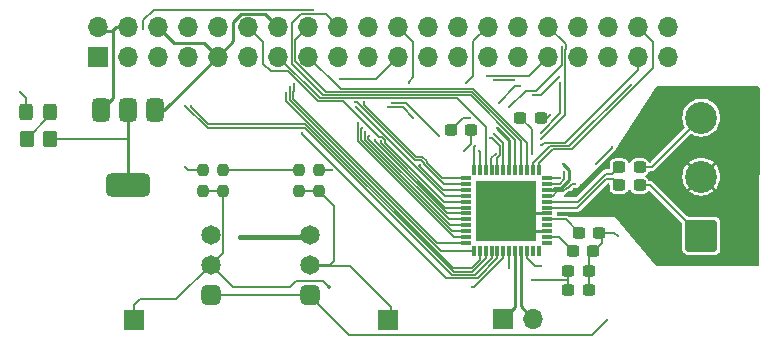
<source format=gtl>
G04 #@! TF.GenerationSoftware,KiCad,Pcbnew,8.0.8*
G04 #@! TF.CreationDate,2025-02-13T09:25:44+02:00*
G04 #@! TF.ProjectId,civic_serializer,63697669-635f-4736-9572-69616c697a65,rev?*
G04 #@! TF.SameCoordinates,Original*
G04 #@! TF.FileFunction,Copper,L1,Top*
G04 #@! TF.FilePolarity,Positive*
%FSLAX46Y46*%
G04 Gerber Fmt 4.6, Leading zero omitted, Abs format (unit mm)*
G04 Created by KiCad (PCBNEW 8.0.8) date 2025-02-13 09:25:44*
%MOMM*%
%LPD*%
G01*
G04 APERTURE LIST*
G04 Aperture macros list*
%AMRoundRect*
0 Rectangle with rounded corners*
0 $1 Rounding radius*
0 $2 $3 $4 $5 $6 $7 $8 $9 X,Y pos of 4 corners*
0 Add a 4 corners polygon primitive as box body*
4,1,4,$2,$3,$4,$5,$6,$7,$8,$9,$2,$3,0*
0 Add four circle primitives for the rounded corners*
1,1,$1+$1,$2,$3*
1,1,$1+$1,$4,$5*
1,1,$1+$1,$6,$7*
1,1,$1+$1,$8,$9*
0 Add four rect primitives between the rounded corners*
20,1,$1+$1,$2,$3,$4,$5,0*
20,1,$1+$1,$4,$5,$6,$7,0*
20,1,$1+$1,$6,$7,$8,$9,0*
20,1,$1+$1,$8,$9,$2,$3,0*%
G04 Aperture macros list end*
G04 #@! TA.AperFunction,SMDPad,CuDef*
%ADD10RoundRect,0.237500X-0.300000X-0.237500X0.300000X-0.237500X0.300000X0.237500X-0.300000X0.237500X0*%
G04 #@! TD*
G04 #@! TA.AperFunction,SMDPad,CuDef*
%ADD11RoundRect,0.237500X-0.237500X0.250000X-0.237500X-0.250000X0.237500X-0.250000X0.237500X0.250000X0*%
G04 #@! TD*
G04 #@! TA.AperFunction,ComponentPad*
%ADD12RoundRect,0.412500X0.412500X-0.412500X0.412500X0.412500X-0.412500X0.412500X-0.412500X-0.412500X0*%
G04 #@! TD*
G04 #@! TA.AperFunction,ComponentPad*
%ADD13C,1.650000*%
G04 #@! TD*
G04 #@! TA.AperFunction,SMDPad,CuDef*
%ADD14RoundRect,0.375000X-0.375000X0.625000X-0.375000X-0.625000X0.375000X-0.625000X0.375000X0.625000X0*%
G04 #@! TD*
G04 #@! TA.AperFunction,SMDPad,CuDef*
%ADD15RoundRect,0.500000X-1.400000X0.500000X-1.400000X-0.500000X1.400000X-0.500000X1.400000X0.500000X0*%
G04 #@! TD*
G04 #@! TA.AperFunction,ComponentPad*
%ADD16RoundRect,0.250001X1.099999X-1.099999X1.099999X1.099999X-1.099999X1.099999X-1.099999X-1.099999X0*%
G04 #@! TD*
G04 #@! TA.AperFunction,ComponentPad*
%ADD17C,2.700000*%
G04 #@! TD*
G04 #@! TA.AperFunction,SMDPad,CuDef*
%ADD18R,0.300000X0.900000*%
G04 #@! TD*
G04 #@! TA.AperFunction,SMDPad,CuDef*
%ADD19R,0.900000X0.300000*%
G04 #@! TD*
G04 #@! TA.AperFunction,ComponentPad*
%ADD20C,0.500000*%
G04 #@! TD*
G04 #@! TA.AperFunction,SMDPad,CuDef*
%ADD21R,5.200000X5.200000*%
G04 #@! TD*
G04 #@! TA.AperFunction,SMDPad,CuDef*
%ADD22RoundRect,0.250000X-0.325000X-0.450000X0.325000X-0.450000X0.325000X0.450000X-0.325000X0.450000X0*%
G04 #@! TD*
G04 #@! TA.AperFunction,SMDPad,CuDef*
%ADD23RoundRect,0.250000X-0.350000X-0.450000X0.350000X-0.450000X0.350000X0.450000X-0.350000X0.450000X0*%
G04 #@! TD*
G04 #@! TA.AperFunction,ComponentPad*
%ADD24R,1.700000X1.700000*%
G04 #@! TD*
G04 #@! TA.AperFunction,SMDPad,CuDef*
%ADD25RoundRect,0.237500X0.300000X0.237500X-0.300000X0.237500X-0.300000X-0.237500X0.300000X-0.237500X0*%
G04 #@! TD*
G04 #@! TA.AperFunction,SMDPad,CuDef*
%ADD26RoundRect,0.237500X0.237500X-0.250000X0.237500X0.250000X-0.237500X0.250000X-0.237500X-0.250000X0*%
G04 #@! TD*
G04 #@! TA.AperFunction,ComponentPad*
%ADD27O,1.700000X1.700000*%
G04 #@! TD*
G04 #@! TA.AperFunction,ViaPad*
%ADD28C,0.300000*%
G04 #@! TD*
G04 #@! TA.AperFunction,ViaPad*
%ADD29C,0.350000*%
G04 #@! TD*
G04 #@! TA.AperFunction,Conductor*
%ADD30C,0.200000*%
G04 #@! TD*
G04 #@! TA.AperFunction,Conductor*
%ADD31C,0.400000*%
G04 #@! TD*
G04 #@! TA.AperFunction,Conductor*
%ADD32C,0.127000*%
G04 #@! TD*
G04 #@! TA.AperFunction,Conductor*
%ADD33C,0.254000*%
G04 #@! TD*
G04 APERTURE END LIST*
D10*
X149073900Y-89687600D03*
X150798900Y-89687600D03*
D11*
X117272000Y-84355500D03*
X117272000Y-86180500D03*
D10*
X152477500Y-85649000D03*
X154202500Y-85649000D03*
D12*
X126289000Y-94920000D03*
D13*
X126289000Y-92380000D03*
X126289000Y-89840000D03*
D14*
X113222000Y-79324000D03*
X110922000Y-79324000D03*
D15*
X110922000Y-85624000D03*
D14*
X108622000Y-79324000D03*
D10*
X148565900Y-91262400D03*
X150290900Y-91262400D03*
D11*
X127051000Y-84355500D03*
X127051000Y-86180500D03*
D10*
X148159500Y-94539000D03*
X149884500Y-94539000D03*
D16*
X159436000Y-89934000D03*
D17*
X159436000Y-84934000D03*
X159436000Y-79934000D03*
D18*
X140176000Y-91258000D03*
X140676000Y-91258000D03*
X141176000Y-91258000D03*
X141676000Y-91258000D03*
X142176000Y-91258000D03*
X142676000Y-91258000D03*
X143176000Y-91258000D03*
X143676000Y-91258000D03*
X144176000Y-91258000D03*
X144676000Y-91258000D03*
X145176000Y-91258000D03*
X145676000Y-91258000D03*
D19*
X146376000Y-90558000D03*
X146376000Y-90058000D03*
X146376000Y-89558000D03*
X146376000Y-89058000D03*
X146376000Y-88558000D03*
X146376000Y-88058000D03*
X146376000Y-87558000D03*
X146376000Y-87058000D03*
X146376000Y-86558000D03*
X146376000Y-86058000D03*
X146376000Y-85558000D03*
X146376000Y-85058000D03*
D18*
X145676000Y-84358000D03*
X145176000Y-84358000D03*
X144676000Y-84358000D03*
X144176000Y-84358000D03*
X143676000Y-84358000D03*
X143176000Y-84358000D03*
X142676000Y-84358000D03*
X142176000Y-84358000D03*
X141676000Y-84358000D03*
X141176000Y-84358000D03*
X140676000Y-84358000D03*
X140176000Y-84358000D03*
D19*
X139476000Y-85058000D03*
X139476000Y-85558000D03*
X139476000Y-86058000D03*
X139476000Y-86558000D03*
X139476000Y-87058000D03*
X139476000Y-87558000D03*
X139476000Y-88058000D03*
X139476000Y-88558000D03*
X139476000Y-89058000D03*
X139476000Y-89558000D03*
X139476000Y-90058000D03*
X139476000Y-90558000D03*
D20*
X140926000Y-88808000D03*
X142926000Y-88808000D03*
X144926000Y-88808000D03*
X141926000Y-87808000D03*
D21*
X142926000Y-87808000D03*
D20*
X143926000Y-87808000D03*
X140916000Y-86808000D03*
X144926000Y-86808000D03*
X142926000Y-86798000D03*
D12*
X117907000Y-94920000D03*
D13*
X117907000Y-92380000D03*
X117907000Y-89840000D03*
D22*
X102268000Y-79426000D03*
X104318000Y-79426000D03*
D23*
X102302000Y-81712000D03*
X104302000Y-81712000D03*
D24*
X132893000Y-97079000D03*
D25*
X145820500Y-79934000D03*
X144095500Y-79934000D03*
D26*
X118923000Y-86180500D03*
X118923000Y-84355500D03*
D10*
X148159500Y-92888000D03*
X149884500Y-92888000D03*
X138227000Y-80950000D03*
X139952000Y-80950000D03*
D26*
X125400000Y-86180500D03*
X125400000Y-84355500D03*
D10*
X152477500Y-84125000D03*
X154202500Y-84125000D03*
D24*
X142672000Y-96952000D03*
D27*
X145212000Y-96952000D03*
D24*
X111430000Y-97079000D03*
X108370000Y-74770000D03*
D27*
X108370000Y-72230000D03*
X110910000Y-74770000D03*
X110910000Y-72230000D03*
X113450000Y-74770000D03*
X113450000Y-72230000D03*
X115990000Y-74770000D03*
X115990000Y-72230000D03*
X118530000Y-74770000D03*
X118530000Y-72230000D03*
X121070000Y-74770000D03*
X121070000Y-72230000D03*
X123610000Y-74770000D03*
X123610000Y-72230000D03*
X126150000Y-74770000D03*
X126150000Y-72230000D03*
X128690000Y-74770000D03*
X128690000Y-72230000D03*
X131230000Y-74770000D03*
X131230000Y-72230000D03*
X133770000Y-74770000D03*
X133770000Y-72230000D03*
X136310000Y-74770000D03*
X136310000Y-72230000D03*
X138850000Y-74770000D03*
X138850000Y-72230000D03*
X141390000Y-74770000D03*
X141390000Y-72230000D03*
X143930000Y-74770000D03*
X143930000Y-72230000D03*
X146470000Y-74770000D03*
X146470000Y-72230000D03*
X149010000Y-74770000D03*
X149010000Y-72230000D03*
X151550000Y-74770000D03*
X151550000Y-72230000D03*
X154090000Y-74770000D03*
X154090000Y-72230000D03*
X156630000Y-74770000D03*
X156630000Y-72230000D03*
D28*
X147778500Y-84506000D03*
X110922000Y-81839000D03*
X110922000Y-82855000D03*
X142164000Y-80823000D03*
X142291000Y-78664000D03*
X139881500Y-79937500D03*
X144069000Y-77267000D03*
X151435000Y-97079000D03*
X122098000Y-84355500D03*
X146609000Y-79680000D03*
X147752000Y-83871000D03*
X145085000Y-93650000D03*
X143176000Y-92634000D03*
X148768000Y-85522000D03*
X130353000Y-80417776D03*
X147498000Y-85014000D03*
X153480230Y-77153230D03*
X130693500Y-80823000D03*
X140259000Y-82347000D03*
X147510500Y-77025500D03*
X145847000Y-81204000D03*
X130861000Y-78623500D03*
X143561000Y-76759000D03*
X141910000Y-76759000D03*
X131328500Y-81498500D03*
X128829000Y-76632000D03*
X124980264Y-77052184D03*
D29*
X127940000Y-94285000D03*
D28*
X140005000Y-94285000D03*
X109652000Y-77902000D03*
X112192000Y-72441000D03*
X126543000Y-70790000D03*
X145847000Y-92507000D03*
X115748000Y-78918000D03*
X135604145Y-83953855D03*
X147625000Y-73965000D03*
X143180000Y-79045000D03*
X124638000Y-77307500D03*
X141275000Y-76378000D03*
X130976766Y-81176250D03*
X145847000Y-82220000D03*
X142037000Y-82982000D03*
X141529000Y-81666000D03*
X133274000Y-78664000D03*
X134671000Y-77013000D03*
X137211000Y-81458000D03*
X131807789Y-81838999D03*
X124297500Y-77838500D03*
X130226000Y-79045000D03*
X141910000Y-81331000D03*
X130099000Y-78623500D03*
X145847000Y-81712000D03*
X140640000Y-82728000D03*
X116256000Y-78918000D03*
X125654000Y-81204000D03*
X132893000Y-79045000D03*
X139497000Y-77013000D03*
X135052000Y-79934000D03*
X132287183Y-81959183D03*
X147371000Y-76505000D03*
X145212000Y-77988500D03*
X145085000Y-82982000D03*
X151866800Y-82423200D03*
X120370800Y-90043200D03*
X139370000Y-82728000D03*
X101778000Y-77775000D03*
X128194000Y-84379000D03*
X150495200Y-83896400D03*
X115748000Y-84125000D03*
X121183600Y-90043200D03*
X152374800Y-89992400D03*
D30*
X155245000Y-84125000D02*
X159436000Y-79934000D01*
X154202500Y-84125000D02*
X155245000Y-84125000D01*
X159182000Y-79934000D02*
X159436000Y-79934000D01*
X151969500Y-85141000D02*
X152477500Y-85649000D01*
X148950948Y-87558000D02*
X151367948Y-85141000D01*
X151367948Y-85141000D02*
X151969500Y-85141000D01*
X146376000Y-87558000D02*
X148950948Y-87558000D01*
X151915500Y-84687000D02*
X152477500Y-84125000D01*
X148988500Y-87058000D02*
X151359500Y-84687000D01*
X151359500Y-84687000D02*
X151915500Y-84687000D01*
X146376000Y-87058000D02*
X148988500Y-87058000D01*
X159403000Y-89934000D02*
X159436000Y-89934000D01*
X154202500Y-85649000D02*
X155118000Y-85649000D01*
X155118000Y-85649000D02*
X159403000Y-89934000D01*
D31*
X126085800Y-90043200D02*
X126289000Y-89840000D01*
D32*
X127990800Y-92380000D02*
X126289000Y-92380000D01*
X128295600Y-92075200D02*
X127990800Y-92380000D01*
X128295600Y-87425100D02*
X128295600Y-92075200D01*
X127051000Y-86180500D02*
X128295600Y-87425100D01*
X129718000Y-92507000D02*
X126416000Y-92507000D01*
X133147000Y-95936000D02*
X129718000Y-92507000D01*
X133147000Y-96825000D02*
X133147000Y-95936000D01*
X132893000Y-97079000D02*
X133147000Y-96825000D01*
X126416000Y-92507000D02*
X126289000Y-92380000D01*
X117907000Y-94920000D02*
X126289000Y-94920000D01*
X129591000Y-98349000D02*
X150165000Y-98349000D01*
X126289000Y-94920000D02*
X126289000Y-95047000D01*
D31*
X121183600Y-90043200D02*
X126085800Y-90043200D01*
D32*
X126289000Y-95047000D02*
X129591000Y-98349000D01*
X150165000Y-98349000D02*
X151435000Y-97079000D01*
X111430000Y-95783600D02*
X111430000Y-97079000D01*
X114986000Y-95301000D02*
X117907000Y-92380000D01*
X111912600Y-95301000D02*
X114986000Y-95301000D01*
X111430000Y-95783600D02*
X111912600Y-95301000D01*
X147435540Y-85558000D02*
X146376000Y-85558000D01*
X147838500Y-84566000D02*
X147838500Y-85155040D01*
X147778500Y-84506000D02*
X147838500Y-84566000D01*
X147838500Y-85155040D02*
X147435540Y-85558000D01*
X110795000Y-81712000D02*
X110922000Y-81839000D01*
D33*
X110922000Y-79324000D02*
X110922000Y-85624000D01*
D32*
X104302000Y-81712000D02*
X110795000Y-81712000D01*
X144069000Y-77267000D02*
X143688000Y-77267000D01*
D33*
X142164000Y-80823000D02*
X143176000Y-81835000D01*
D32*
X125400000Y-84355500D02*
X118923000Y-84355500D01*
X139243000Y-79934000D02*
X139878000Y-79934000D01*
X138227000Y-80950000D02*
X139243000Y-79934000D01*
D33*
X143176000Y-81835000D02*
X143176000Y-84358000D01*
D32*
X143688000Y-77267000D02*
X142291000Y-78664000D01*
X139878000Y-79934000D02*
X139881500Y-79937500D01*
D33*
X146860400Y-86058000D02*
X147042900Y-85875500D01*
X148260000Y-84379000D02*
X147752000Y-83871000D01*
D32*
X145820500Y-79934000D02*
X146355000Y-79934000D01*
D33*
X148260000Y-85182553D02*
X148260000Y-84379000D01*
X146376000Y-86058000D02*
X146860400Y-86058000D01*
X147042900Y-85875500D02*
X147567053Y-85875500D01*
D32*
X146355000Y-79934000D02*
X146609000Y-79680000D01*
D33*
X147567053Y-85875500D02*
X148260000Y-85182553D01*
D32*
X146376000Y-88558000D02*
X147944300Y-88558000D01*
X147944300Y-88558000D02*
X149073900Y-89687600D01*
X143176000Y-92634000D02*
X143176000Y-91258000D01*
X148159500Y-93650000D02*
X145085000Y-93650000D01*
X148159500Y-93650000D02*
X148159500Y-94539000D01*
X148159500Y-92888000D02*
X148159500Y-93650000D01*
X148565900Y-91262400D02*
X147361500Y-90058000D01*
X147361500Y-90058000D02*
X146376000Y-90058000D01*
D30*
X159436000Y-88951000D02*
X159436000Y-89934000D01*
D32*
X148168500Y-85867500D02*
X148024066Y-85867500D01*
X148024066Y-85867500D02*
X147698566Y-86193000D01*
X146857000Y-86558000D02*
X146376000Y-86558000D01*
X147698566Y-86193000D02*
X147222000Y-86193000D01*
X148768000Y-85522000D02*
X148514000Y-85522000D01*
X148514000Y-85522000D02*
X148168500Y-85867500D01*
X147222000Y-86193000D02*
X146857000Y-86558000D01*
D33*
X144176000Y-91258000D02*
X144176000Y-95916000D01*
X144176000Y-95916000D02*
X145212000Y-96952000D01*
X143676000Y-95948000D02*
X142672000Y-96952000D01*
X143676000Y-91258000D02*
X143676000Y-95948000D01*
D32*
X130353000Y-81943380D02*
X138467620Y-90058000D01*
X138467620Y-90058000D02*
X139476000Y-90058000D01*
X130353000Y-80417776D02*
X130353000Y-81943380D01*
X125400000Y-86180500D02*
X127051000Y-86180500D01*
X146376000Y-85058000D02*
X147454000Y-85058000D01*
X147454000Y-85058000D02*
X147498000Y-85014000D01*
X146610000Y-82347000D02*
X145176000Y-83781000D01*
X148260000Y-82347000D02*
X146610000Y-82347000D01*
X153480230Y-77153230D02*
X153453770Y-77153230D01*
X153453770Y-77153230D02*
X148260000Y-82347000D01*
X145176000Y-83781000D02*
X145176000Y-84358000D01*
X130693500Y-80823000D02*
X130607000Y-80909500D01*
X138326830Y-89558000D02*
X139476000Y-89558000D01*
X130607000Y-81838170D02*
X138326830Y-89558000D01*
X130607000Y-80909500D02*
X130607000Y-81838170D01*
X147510500Y-79540500D02*
X147510500Y-77025500D01*
X140176000Y-82430000D02*
X140176000Y-84358000D01*
X145847000Y-81204000D02*
X147510500Y-79540500D01*
X140259000Y-82347000D02*
X140176000Y-82430000D01*
X135257750Y-83236000D02*
X130861000Y-78839250D01*
X139476000Y-85058000D02*
X137487210Y-85058000D01*
X136195000Y-83638790D02*
X135792210Y-83236000D01*
X137487210Y-85058000D02*
X136195000Y-83765790D01*
X130861000Y-78839250D02*
X130861000Y-78623500D01*
X135792210Y-83236000D02*
X135257750Y-83236000D01*
X136195000Y-83765790D02*
X136195000Y-83638790D01*
X131242000Y-81585000D02*
X131242000Y-81754750D01*
X131242000Y-81754750D02*
X138045250Y-88558000D01*
X138045250Y-88558000D02*
X139476000Y-88558000D01*
X141910000Y-76759000D02*
X143561000Y-76759000D01*
X131328500Y-81498500D02*
X131242000Y-81585000D01*
X124892000Y-77775000D02*
X124978500Y-77688500D01*
X139476000Y-90558000D02*
X137079840Y-90558000D01*
X124931184Y-77052184D02*
X124980264Y-77052184D01*
X124978500Y-77099500D02*
X124931184Y-77052184D01*
X131908000Y-76632000D02*
X133770000Y-74770000D01*
X124892000Y-78370159D02*
X137079840Y-90558000D01*
X128829000Y-76632000D02*
X131908000Y-76632000D01*
X124892000Y-78370159D02*
X124892000Y-77775000D01*
X124978500Y-77688500D02*
X124978500Y-77099500D01*
X127123000Y-78283000D02*
X123610000Y-74770000D01*
X141176000Y-84358000D02*
X141176000Y-80750460D01*
X141176000Y-80750460D02*
X138708540Y-78283000D01*
X138708540Y-78283000D02*
X127123000Y-78283000D01*
X125146000Y-93777000D02*
X124638000Y-94285000D01*
X124638000Y-94285000D02*
X119812000Y-94285000D01*
X118923000Y-91364000D02*
X117907000Y-92380000D01*
X117272000Y-86180500D02*
X118923000Y-86180500D01*
X140005000Y-94285000D02*
X140226000Y-94285000D01*
X127940000Y-94285000D02*
X127432000Y-93777000D01*
X118923000Y-86180500D02*
X118923000Y-91364000D01*
X119812000Y-94285000D02*
X117907000Y-92380000D01*
X140226000Y-94285000D02*
X142676000Y-91835000D01*
X142676000Y-91835000D02*
X142676000Y-91258000D01*
X127432000Y-93777000D02*
X125146000Y-93777000D01*
D33*
X109525000Y-72568000D02*
X108708000Y-72568000D01*
X110910000Y-72230000D02*
X109863000Y-72230000D01*
X109652000Y-72568000D02*
X109525000Y-72568000D01*
X109652000Y-78294000D02*
X109652000Y-72568000D01*
X108708000Y-72568000D02*
X108370000Y-72230000D01*
X109863000Y-72230000D02*
X109525000Y-72568000D01*
X108622000Y-79324000D02*
X109652000Y-78294000D01*
D32*
X113081000Y-70790000D02*
X126543000Y-70790000D01*
X112192000Y-71679000D02*
X113081000Y-70790000D01*
X112192000Y-72441000D02*
X112192000Y-71679000D01*
X144676000Y-91258000D02*
X144676000Y-91835000D01*
X144676000Y-91835000D02*
X145348000Y-92507000D01*
X145348000Y-92507000D02*
X145847000Y-92507000D01*
X140242000Y-93269000D02*
X141676000Y-91835000D01*
X115748000Y-78918000D02*
X117636238Y-80806238D01*
X125891238Y-80806238D02*
X138354000Y-93269000D01*
X138354000Y-93269000D02*
X140242000Y-93269000D01*
X117636238Y-80806238D02*
X125891238Y-80806238D01*
X141676000Y-91835000D02*
X141676000Y-91258000D01*
X135560000Y-83998000D02*
X135604145Y-83953855D01*
X139476000Y-86058000D02*
X137585960Y-86058000D01*
X137585960Y-86058000D02*
X135560000Y-84032040D01*
X147625000Y-75489000D02*
X145466000Y-77648000D01*
X145466000Y-77648000D02*
X144577000Y-77648000D01*
X147625000Y-73965000D02*
X147625000Y-75489000D01*
X135560000Y-84032040D02*
X135560000Y-83998000D01*
X144577000Y-77648000D02*
X143180000Y-79045000D01*
X137420630Y-91258000D02*
X140176000Y-91258000D01*
X124638000Y-77307500D02*
X124638000Y-78475370D01*
X124638000Y-78475370D02*
X137420630Y-91258000D01*
X155372000Y-75743000D02*
X155372000Y-73512000D01*
X145676000Y-83788000D02*
X146863000Y-82601000D01*
X148514000Y-82601000D02*
X155372000Y-75743000D01*
X145676000Y-84358000D02*
X145676000Y-83788000D01*
X155372000Y-73512000D02*
X154090000Y-72230000D01*
X146863000Y-82601000D02*
X148514000Y-82601000D01*
X144862000Y-76378000D02*
X146470000Y-74770000D01*
X130978956Y-81176250D02*
X130988000Y-81185294D01*
X130988000Y-81185294D02*
X130988000Y-81859960D01*
X141275000Y-76378000D02*
X144862000Y-76378000D01*
X138186040Y-89058000D02*
X139476000Y-89058000D01*
X130976766Y-81176250D02*
X130978956Y-81176250D01*
X130988000Y-81859960D02*
X138186040Y-89058000D01*
X143676000Y-84358000D02*
X143676000Y-81809880D01*
X143676000Y-81809880D02*
X139895120Y-78029000D01*
X125527000Y-71171000D02*
X127631000Y-71171000D01*
X139895120Y-78029000D02*
X127432000Y-78029000D01*
X124765000Y-71933000D02*
X125527000Y-71171000D01*
X127631000Y-71171000D02*
X128690000Y-72230000D01*
X127432000Y-78029000D02*
X124765000Y-75362000D01*
X124765000Y-75362000D02*
X124765000Y-71933000D01*
X141656000Y-83363000D02*
X142037000Y-82982000D01*
X145974000Y-82220000D02*
X146101000Y-82093000D01*
X154090000Y-75882000D02*
X154090000Y-74770000D01*
X145847000Y-82220000D02*
X145974000Y-82220000D01*
X146101000Y-82093000D02*
X147879000Y-82093000D01*
X141676000Y-84358000D02*
X141656000Y-84338000D01*
X147879000Y-82093000D02*
X154090000Y-75882000D01*
X141656000Y-84338000D02*
X141656000Y-83363000D01*
X135052000Y-76505000D02*
X135052000Y-73512000D01*
X142377500Y-83123040D02*
X142377500Y-82306500D01*
X141737000Y-81666000D02*
X141529000Y-81666000D01*
X134671000Y-77013000D02*
X134671000Y-76886000D01*
X135052000Y-73512000D02*
X133770000Y-72230000D01*
X134671000Y-76886000D02*
X135052000Y-76505000D01*
X142176000Y-83324540D02*
X142377500Y-83123040D01*
X142176000Y-84358000D02*
X142176000Y-83324540D01*
X142377500Y-82306500D02*
X141737000Y-81666000D01*
X133274000Y-78664000D02*
X134417000Y-78664000D01*
X134417000Y-78664000D02*
X137211000Y-81458000D01*
X131807789Y-81961329D02*
X137904460Y-88058000D01*
X137904460Y-88058000D02*
X139476000Y-88058000D01*
X131807789Y-81838999D02*
X131807789Y-81961329D01*
X124297500Y-78494080D02*
X138450210Y-92646790D01*
X140005000Y-92646790D02*
X140676000Y-91975790D01*
X138450210Y-92646790D02*
X140005000Y-92646790D01*
X140676000Y-91975790D02*
X140676000Y-91258000D01*
X124297500Y-77838500D02*
X124297500Y-78494080D01*
X128901000Y-77521000D02*
X126150000Y-74770000D01*
X144676000Y-82091460D02*
X140105540Y-77521000D01*
X144676000Y-84358000D02*
X144676000Y-82091460D01*
X140105540Y-77521000D02*
X128901000Y-77521000D01*
X137726750Y-86558000D02*
X139476000Y-86558000D01*
X130226000Y-79045000D02*
X130226000Y-79057250D01*
X130226000Y-79057250D02*
X137726750Y-86558000D01*
X124477790Y-75997000D02*
X122987000Y-75997000D01*
X122352000Y-73512000D02*
X121070000Y-72230000D01*
X132428223Y-81618683D02*
X132183563Y-81618683D01*
X129101880Y-78537000D02*
X127017790Y-78537000D01*
X132627683Y-82062803D02*
X132627683Y-81818143D01*
X139476000Y-87058000D02*
X137622880Y-87058000D01*
X122352000Y-75362000D02*
X122352000Y-73512000D01*
X122987000Y-75997000D02*
X122352000Y-75362000D01*
X132183563Y-81618683D02*
X129101880Y-78537000D01*
X132627683Y-81818143D02*
X132428223Y-81618683D01*
X137622880Y-87058000D02*
X132627683Y-82062803D01*
X127017790Y-78537000D02*
X124477790Y-75997000D01*
X142676000Y-82097000D02*
X141910000Y-81331000D01*
X142676000Y-84358000D02*
X142676000Y-82097000D01*
X130286040Y-78623500D02*
X135152540Y-83490000D01*
X135687000Y-83490000D02*
X135941000Y-83744000D01*
X130099000Y-78623500D02*
X130286040Y-78623500D01*
X135941000Y-83871000D02*
X137628000Y-85558000D01*
X137628000Y-85558000D02*
X139476000Y-85558000D01*
X135941000Y-83744000D02*
X135941000Y-83871000D01*
X135152540Y-83490000D02*
X135687000Y-83490000D01*
X147879000Y-79680000D02*
X147879000Y-74192540D01*
X147965500Y-73725500D02*
X146470000Y-72230000D01*
X140676000Y-82764000D02*
X140640000Y-82728000D01*
X147965500Y-74106040D02*
X147965500Y-73725500D01*
X145847000Y-81712000D02*
X147879000Y-79680000D01*
X147879000Y-74192540D02*
X147965500Y-74106040D01*
X140676000Y-84358000D02*
X140676000Y-82764000D01*
X116256000Y-79066790D02*
X117631210Y-80442000D01*
X141176000Y-91835000D02*
X141176000Y-91258000D01*
X138459210Y-93015000D02*
X139996000Y-93015000D01*
X117631210Y-80442000D02*
X125886210Y-80442000D01*
X139996000Y-93015000D02*
X141176000Y-91835000D01*
X125886210Y-80442000D02*
X138459210Y-93015000D01*
X116256000Y-78918000D02*
X116256000Y-79066790D01*
X134163000Y-79045000D02*
X135052000Y-79934000D01*
X142176000Y-91835000D02*
X140488000Y-93523000D01*
X140488000Y-93523000D02*
X137846000Y-93523000D01*
X142176000Y-91258000D02*
X142176000Y-91835000D01*
X140132000Y-73488000D02*
X141390000Y-72230000D01*
X125654000Y-81331000D02*
X125654000Y-81204000D01*
X132893000Y-79045000D02*
X134163000Y-79045000D01*
X139497000Y-77013000D02*
X140132000Y-76378000D01*
X137846000Y-93523000D02*
X125654000Y-81331000D01*
X140132000Y-76378000D02*
X140132000Y-73488000D01*
X137763670Y-87558000D02*
X139476000Y-87558000D01*
X132287183Y-81959183D02*
X132287183Y-82081513D01*
X145887500Y-77988500D02*
X147371000Y-76505000D01*
X145212000Y-77988500D02*
X145887500Y-77988500D01*
X132287183Y-82081513D02*
X137763670Y-87558000D01*
X144176000Y-81950670D02*
X140000330Y-77775000D01*
X140000330Y-77775000D02*
X127683510Y-77775000D01*
X125019000Y-73361000D02*
X126150000Y-72230000D01*
X144176000Y-84358000D02*
X144176000Y-81950670D01*
X125019000Y-75110490D02*
X125019000Y-73361000D01*
X127683510Y-77775000D02*
X125019000Y-75110490D01*
X144095500Y-79934000D02*
X145085000Y-80923500D01*
D33*
X122506000Y-71126000D02*
X123610000Y-72230000D01*
D32*
X102268000Y-78265000D02*
X101778000Y-77775000D01*
X139952000Y-82146000D02*
X139370000Y-82728000D01*
X144676000Y-89558000D02*
X142926000Y-87808000D01*
D33*
X113222000Y-79324000D02*
X113976000Y-79324000D01*
X117344000Y-73584000D02*
X118530000Y-74770000D01*
D32*
X149884500Y-91668800D02*
X150290900Y-91262400D01*
X128170500Y-84355500D02*
X128194000Y-84379000D01*
X152070000Y-89687600D02*
X152374800Y-89992400D01*
X139952000Y-80950000D02*
X139952000Y-82146000D01*
D33*
X146376000Y-88058000D02*
X143176000Y-88058000D01*
X113450000Y-72230000D02*
X114804000Y-73584000D01*
D32*
X149884500Y-92888000D02*
X149884500Y-91668800D01*
D31*
X121183600Y-90043200D02*
X120370800Y-90043200D01*
D33*
X144676000Y-89558000D02*
X144640500Y-89522500D01*
D32*
X142926000Y-87808000D02*
X144602400Y-89484400D01*
D33*
X143176000Y-88058000D02*
X142926000Y-87808000D01*
D32*
X115978500Y-84355500D02*
X115748000Y-84125000D01*
X150798900Y-89687600D02*
X151027500Y-89916200D01*
X150798900Y-89687600D02*
X152070000Y-89687600D01*
X150495200Y-83896400D02*
X151866800Y-82524800D01*
D33*
X146376000Y-89558000D02*
X144676000Y-89558000D01*
X113976000Y-79324000D02*
X118530000Y-74770000D01*
X119812000Y-73488000D02*
X119812000Y-71806000D01*
D32*
X151866800Y-82524800D02*
X151866800Y-82423200D01*
X149884500Y-92888000D02*
X149884500Y-94539000D01*
X102268000Y-79426000D02*
X102268000Y-78265000D01*
X145085000Y-80923500D02*
X145085000Y-82982000D01*
D33*
X114804000Y-73584000D02*
X117344000Y-73584000D01*
X120492000Y-71126000D02*
X122506000Y-71126000D01*
X119812000Y-71806000D02*
X120492000Y-71126000D01*
D32*
X151027500Y-90525800D02*
X150290900Y-91262400D01*
X117272000Y-84355500D02*
X115978500Y-84355500D01*
X127051000Y-84355500D02*
X128170500Y-84355500D01*
D33*
X118530000Y-74770000D02*
X119812000Y-73488000D01*
D32*
X151027500Y-89916200D02*
X151027500Y-90525800D01*
D33*
X144640500Y-89522500D02*
X142926000Y-87808000D01*
D32*
X104318000Y-79426000D02*
X104318000Y-79696000D01*
X104318000Y-79696000D02*
X102302000Y-81712000D01*
G04 #@! TA.AperFunction,Conductor*
G36*
X164306224Y-77312085D02*
G01*
X164351979Y-77364889D01*
X164363184Y-77416815D01*
X164313210Y-92358739D01*
X164293302Y-92425712D01*
X164240345Y-92471290D01*
X164189940Y-92482322D01*
X155734424Y-92532061D01*
X155667270Y-92512771D01*
X155639388Y-92488574D01*
X152120800Y-88366800D01*
X152120798Y-88366799D01*
X152120797Y-88366799D01*
X148210286Y-88326484D01*
X148146856Y-88307147D01*
X148146595Y-88307600D01*
X148144642Y-88306472D01*
X148143453Y-88306110D01*
X148141023Y-88304382D01*
X148067049Y-88261673D01*
X148067047Y-88261672D01*
X148067044Y-88261671D01*
X147986165Y-88240000D01*
X147986164Y-88240000D01*
X147317200Y-88240000D01*
X147250161Y-88220315D01*
X147204406Y-88167511D01*
X147193200Y-88116000D01*
X147193200Y-88036500D01*
X147212885Y-87969461D01*
X147265689Y-87923706D01*
X147317200Y-87912500D01*
X148997617Y-87912500D01*
X148997619Y-87912500D01*
X149087780Y-87888341D01*
X149168616Y-87841671D01*
X151473821Y-85536465D01*
X151535142Y-85502982D01*
X151604834Y-85507966D01*
X151660767Y-85549838D01*
X151685184Y-85615302D01*
X151685500Y-85624148D01*
X151685500Y-85933552D01*
X151685501Y-85933562D01*
X151691800Y-85992159D01*
X151741239Y-86124709D01*
X151741241Y-86124713D01*
X151741242Y-86124715D01*
X151826026Y-86237974D01*
X151939285Y-86322758D01*
X152071843Y-86372200D01*
X152130443Y-86378500D01*
X152824556Y-86378499D01*
X152883157Y-86372200D01*
X153015715Y-86322758D01*
X153128974Y-86237974D01*
X153213758Y-86124715D01*
X153223819Y-86097738D01*
X153265690Y-86041808D01*
X153331154Y-86017391D01*
X153399427Y-86032243D01*
X153448832Y-86081648D01*
X153456177Y-86097730D01*
X153466242Y-86124715D01*
X153551026Y-86237974D01*
X153664285Y-86322758D01*
X153796843Y-86372200D01*
X153855443Y-86378500D01*
X154549556Y-86378499D01*
X154608157Y-86372200D01*
X154740715Y-86322758D01*
X154853974Y-86237974D01*
X154918767Y-86151419D01*
X154974696Y-86109551D01*
X155044387Y-86104565D01*
X155105711Y-86138050D01*
X157795181Y-88827520D01*
X157828666Y-88888843D01*
X157831500Y-88915201D01*
X157831500Y-91082270D01*
X157837959Y-91142338D01*
X157837962Y-91142349D01*
X157888655Y-91278261D01*
X157888656Y-91278264D01*
X157888658Y-91278267D01*
X157917747Y-91317126D01*
X157975595Y-91394404D01*
X158033443Y-91437707D01*
X158091733Y-91481342D01*
X158091737Y-91481343D01*
X158091738Y-91481344D01*
X158227650Y-91532037D01*
X158227653Y-91532037D01*
X158227659Y-91532040D01*
X158240047Y-91533371D01*
X158287729Y-91538499D01*
X158287746Y-91538500D01*
X160584254Y-91538500D01*
X160584270Y-91538499D01*
X160625757Y-91534037D01*
X160644341Y-91532040D01*
X160780267Y-91481342D01*
X160896404Y-91394404D01*
X160983342Y-91278267D01*
X161034040Y-91142341D01*
X161036037Y-91123757D01*
X161040499Y-91082270D01*
X161040500Y-91082253D01*
X161040500Y-88785746D01*
X161040499Y-88785729D01*
X161034040Y-88725661D01*
X161034040Y-88725659D01*
X160983342Y-88589733D01*
X160939707Y-88531443D01*
X160896404Y-88473595D01*
X160819126Y-88415747D01*
X160780267Y-88386658D01*
X160780264Y-88386656D01*
X160780261Y-88386655D01*
X160644349Y-88335962D01*
X160644338Y-88335959D01*
X160584270Y-88329500D01*
X160584254Y-88329500D01*
X158351201Y-88329500D01*
X158284162Y-88309815D01*
X158263520Y-88293181D01*
X155335669Y-85365330D01*
X155335668Y-85365329D01*
X155254832Y-85318659D01*
X155254833Y-85318659D01*
X155217661Y-85308699D01*
X155164671Y-85294500D01*
X155164669Y-85294500D01*
X155070063Y-85294500D01*
X155003024Y-85274815D01*
X154957269Y-85222011D01*
X154953887Y-85213849D01*
X154938758Y-85173285D01*
X154853974Y-85060026D01*
X154755439Y-84986264D01*
X154716315Y-84934000D01*
X157831052Y-84934000D01*
X157850812Y-85185072D01*
X157909603Y-85429956D01*
X158005980Y-85662631D01*
X158137568Y-85877362D01*
X158137571Y-85877367D01*
X158219698Y-85973525D01*
X158752377Y-85440846D01*
X158775762Y-85475844D01*
X158894156Y-85594238D01*
X158929152Y-85617621D01*
X158396473Y-86150300D01*
X158492632Y-86232428D01*
X158492637Y-86232431D01*
X158707368Y-86364019D01*
X158940043Y-86460396D01*
X159184927Y-86519187D01*
X159436000Y-86538947D01*
X159687072Y-86519187D01*
X159931956Y-86460396D01*
X160164631Y-86364019D01*
X160379360Y-86232433D01*
X160379361Y-86232432D01*
X160475525Y-86150300D01*
X159942846Y-85617622D01*
X159977844Y-85594238D01*
X160096238Y-85475844D01*
X160119622Y-85440846D01*
X160652300Y-85973525D01*
X160734432Y-85877361D01*
X160734433Y-85877360D01*
X160866019Y-85662631D01*
X160962396Y-85429956D01*
X161021187Y-85185072D01*
X161040947Y-84934000D01*
X161021187Y-84682927D01*
X160962396Y-84438043D01*
X160866019Y-84205368D01*
X160734431Y-83990637D01*
X160734428Y-83990632D01*
X160652300Y-83894473D01*
X160119621Y-84427152D01*
X160096238Y-84392156D01*
X159977844Y-84273762D01*
X159942845Y-84250376D01*
X160475525Y-83717698D01*
X160379367Y-83635571D01*
X160379362Y-83635568D01*
X160164631Y-83503980D01*
X159931956Y-83407603D01*
X159687072Y-83348812D01*
X159436000Y-83329052D01*
X159184927Y-83348812D01*
X158940043Y-83407603D01*
X158707368Y-83503980D01*
X158492643Y-83635564D01*
X158492634Y-83635570D01*
X158396473Y-83717698D01*
X158929153Y-84250377D01*
X158894156Y-84273762D01*
X158775762Y-84392156D01*
X158752377Y-84427153D01*
X158219698Y-83894473D01*
X158137570Y-83990634D01*
X158137564Y-83990643D01*
X158005980Y-84205368D01*
X157909603Y-84438043D01*
X157850812Y-84682927D01*
X157831052Y-84934000D01*
X154716315Y-84934000D01*
X154713571Y-84930334D01*
X154708586Y-84860643D01*
X154742070Y-84799319D01*
X154755428Y-84787743D01*
X154853974Y-84713974D01*
X154938758Y-84600715D01*
X154953882Y-84560165D01*
X154995752Y-84504233D01*
X155061217Y-84479816D01*
X155070063Y-84479500D01*
X155291669Y-84479500D01*
X155291671Y-84479500D01*
X155381832Y-84455341D01*
X155462668Y-84408671D01*
X158510938Y-81360399D01*
X158572259Y-81326916D01*
X158641951Y-81331900D01*
X158663404Y-81342353D01*
X158696249Y-81362481D01*
X158705323Y-81368042D01*
X158938644Y-81464686D01*
X158938649Y-81464688D01*
X159184225Y-81523646D01*
X159436000Y-81543461D01*
X159687775Y-81523646D01*
X159933351Y-81464688D01*
X160050015Y-81416364D01*
X160166676Y-81368042D01*
X160166677Y-81368041D01*
X160166680Y-81368040D01*
X160382017Y-81236081D01*
X160574061Y-81072061D01*
X160738081Y-80880017D01*
X160870040Y-80664680D01*
X160966688Y-80431351D01*
X161025646Y-80185775D01*
X161045461Y-79934000D01*
X161025646Y-79682225D01*
X160966688Y-79436649D01*
X160906152Y-79290502D01*
X160870042Y-79203323D01*
X160870040Y-79203320D01*
X160738082Y-78987985D01*
X160738079Y-78987980D01*
X160679050Y-78918866D01*
X160574061Y-78795939D01*
X160469070Y-78706269D01*
X160382019Y-78631920D01*
X160382014Y-78631917D01*
X160166679Y-78499959D01*
X160166676Y-78499957D01*
X159933355Y-78403313D01*
X159933351Y-78403312D01*
X159687775Y-78344354D01*
X159687773Y-78344353D01*
X159687770Y-78344353D01*
X159436000Y-78324539D01*
X159184229Y-78344353D01*
X158938644Y-78403313D01*
X158705323Y-78499957D01*
X158705320Y-78499959D01*
X158489985Y-78631917D01*
X158489980Y-78631920D01*
X158297939Y-78795939D01*
X158133920Y-78987980D01*
X158133917Y-78987985D01*
X158001959Y-79203320D01*
X158001957Y-79203323D01*
X157905313Y-79436644D01*
X157846353Y-79682229D01*
X157826539Y-79934000D01*
X157846353Y-80185770D01*
X157905313Y-80431355D01*
X158001957Y-80664676D01*
X158001959Y-80664679D01*
X158027643Y-80706591D01*
X158045888Y-80774036D01*
X158024772Y-80840639D01*
X158009597Y-80859062D01*
X155151424Y-83717236D01*
X155090101Y-83750721D01*
X155020409Y-83745737D01*
X154964476Y-83703865D01*
X154947563Y-83672893D01*
X154938758Y-83649285D01*
X154853974Y-83536026D01*
X154740715Y-83451242D01*
X154688035Y-83431593D01*
X154608159Y-83401800D01*
X154549565Y-83395500D01*
X153855446Y-83395500D01*
X153855437Y-83395501D01*
X153796840Y-83401800D01*
X153664290Y-83451239D01*
X153664281Y-83451244D01*
X153551026Y-83536026D01*
X153466244Y-83649281D01*
X153466240Y-83649288D01*
X153456179Y-83676262D01*
X153414306Y-83732194D01*
X153348840Y-83756608D01*
X153280568Y-83741754D01*
X153231165Y-83692347D01*
X153223820Y-83676262D01*
X153213758Y-83649285D01*
X153128974Y-83536026D01*
X153015715Y-83451242D01*
X152963035Y-83431593D01*
X152883159Y-83401800D01*
X152824565Y-83395500D01*
X152130446Y-83395500D01*
X152130437Y-83395501D01*
X152071840Y-83401800D01*
X151939290Y-83451239D01*
X151939281Y-83451244D01*
X151826026Y-83536026D01*
X151741244Y-83649281D01*
X151741241Y-83649288D01*
X151691800Y-83781839D01*
X151691800Y-83781841D01*
X151685500Y-83840426D01*
X151685500Y-83840443D01*
X151685500Y-84084329D01*
X151685501Y-84208500D01*
X151665817Y-84275539D01*
X151613013Y-84321294D01*
X151561501Y-84332500D01*
X151312829Y-84332500D01*
X151252721Y-84348606D01*
X151222667Y-84356659D01*
X151141833Y-84403328D01*
X151141830Y-84403330D01*
X148877980Y-86667181D01*
X148816657Y-86700666D01*
X148790299Y-86703500D01*
X147913129Y-86703500D01*
X147846090Y-86683815D01*
X147800335Y-86631011D01*
X147790391Y-86561853D01*
X147819416Y-86498297D01*
X147851126Y-86472114D01*
X147893823Y-86447463D01*
X148119467Y-86221819D01*
X148180790Y-86188334D01*
X148207148Y-86185500D01*
X148210363Y-86185500D01*
X148210365Y-86185500D01*
X148291244Y-86163829D01*
X148363757Y-86121963D01*
X148538739Y-85946979D01*
X148600058Y-85913497D01*
X148645814Y-85912190D01*
X148681010Y-85917764D01*
X148767998Y-85931542D01*
X148768000Y-85931542D01*
X148768003Y-85931542D01*
X148894551Y-85911499D01*
X148894552Y-85911498D01*
X148894555Y-85911498D01*
X149008723Y-85853326D01*
X149099326Y-85762723D01*
X149157498Y-85648555D01*
X149158525Y-85642064D01*
X149188449Y-85578932D01*
X149220203Y-85553385D01*
X149276000Y-85522000D01*
X152070000Y-82829600D01*
X155589398Y-77349393D01*
X155642187Y-77303622D01*
X155693735Y-77292400D01*
X164239185Y-77292400D01*
X164306224Y-77312085D01*
G37*
G04 #@! TD.AperFunction*
M02*

</source>
